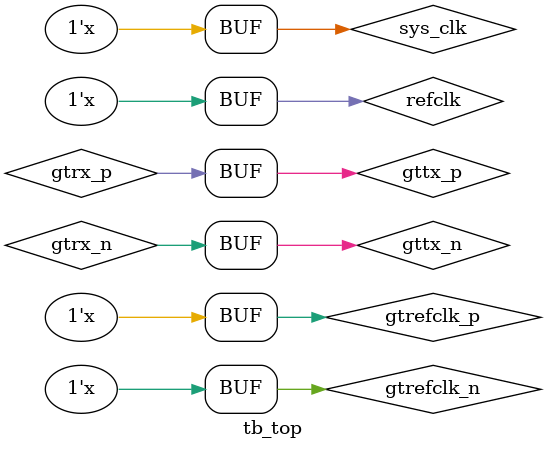
<source format=v>
`timescale 1ps / 1ps


module tb_top;

reg                    sys_clk     ;
wire                   gtrx_p      ;
wire                   gtrx_n      ;
wire                   gttx_p      ;
wire                   gttx_n      ;
wire                   gtrefclk_p  ;
wire                   gtrefclk_n  ;

parameter REFCYCLE  = 6400;
parameter SYSCYCLE  = 10000;

reg refclk;

initial refclk = 1;
always #(REFCYCLE/2) refclk = ~refclk;

initial sys_clk = 1;
always #(SYSCYCLE/2) sys_clk = ~sys_clk;


assign gtrefclk_p = refclk;
assign gtrefclk_n = ~refclk;

assign gtrx_p = gttx_p;
assign gtrx_n = gttx_n;

top u_top(
    .clk         ( sys_clk      ),
    .gtrx_p      ( gtrx_p      ),
    .gtrx_n      ( gtrx_n      ),
    .gttx_p      ( gttx_p      ),
    .gttx_n      ( gttx_n      ),
    .gtrefclk_p  ( gtrefclk_p  ),
    .gtrefclk_n  ( gtrefclk_n  )
);

endmodule

</source>
